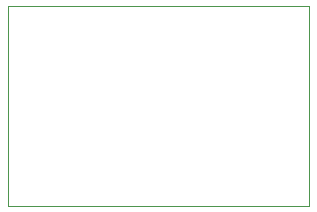
<source format=gbr>
%TF.GenerationSoftware,KiCad,Pcbnew,(5.99.0-2820-g96f4e8f6f)*%
%TF.CreationDate,2020-10-02T17:32:46+02:00*%
%TF.ProjectId,dbg_connect_cable,6462675f-636f-46e6-9e65-63745f636162,rev?*%
%TF.SameCoordinates,Original*%
%TF.FileFunction,Profile,NP*%
%FSLAX46Y46*%
G04 Gerber Fmt 4.6, Leading zero omitted, Abs format (unit mm)*
G04 Created by KiCad (PCBNEW (5.99.0-2820-g96f4e8f6f)) date 2020-10-02 17:32:46*
%MOMM*%
%LPD*%
G01*
G04 APERTURE LIST*
%TA.AperFunction,Profile*%
%ADD10C,0.100000*%
%TD*%
G04 APERTURE END LIST*
D10*
X129500000Y-80500000D02*
X155000000Y-80500000D01*
X155000000Y-80500000D02*
X155000000Y-97500000D01*
X155000000Y-97500000D02*
X129500000Y-97500000D01*
X129500000Y-97500000D02*
X129500000Y-80500000D01*
M02*

</source>
